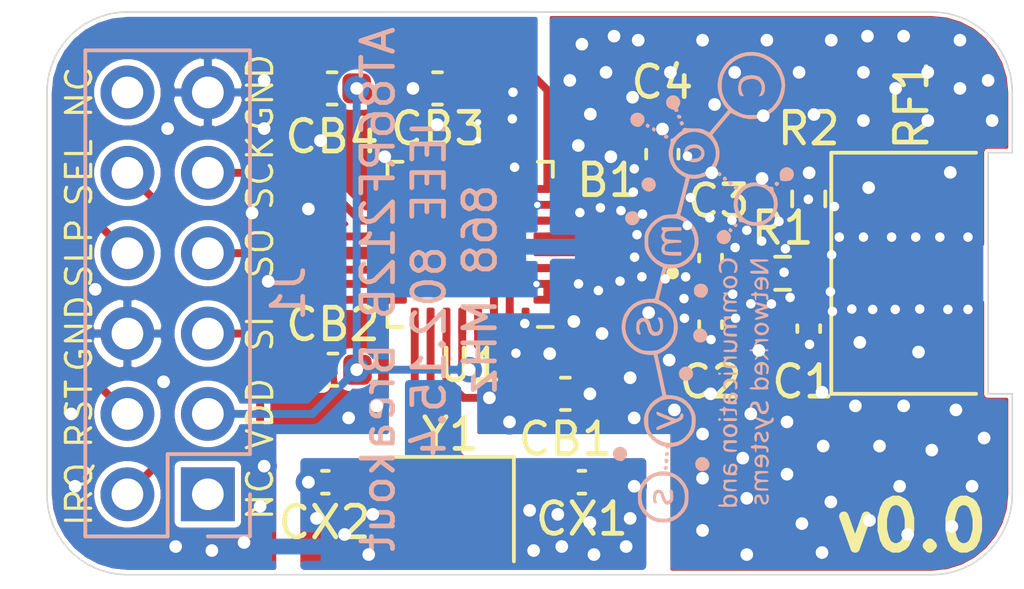
<source format=kicad_pcb>
(kicad_pcb (version 20171130) (host pcbnew "(v20200917-1794-ga4a8cf064b)")
  (layers (0 F.Cu signal) (31 B.Cu signal) (34 B.Paste user) (35 F.Paste user) (36 B.SilkS user) (37 F.SilkS user) (38 B.Mask user) (39 F.Mask user) (44 Edge.Cuts user))
  (net 0 "")
  (net 1 GND)
  (net 2 VDD)
  (net 3 /MOSI)
  (net 4 /MISO)
  (net 5 /SCLK)
  (net 6 /SEL)
  (net 7 /SLP_TR)
  (net 8 /RST)
  (net 9 /IRQ)
  (net 10 /RFP)
  (net 11 /RFN)
  (net 12 /AVDD)
  (net 13 /DVDD)
  (net 14 /XTAL1)
  (net 15 /XTAL2)
  (net 16 /ANT)
  (net 17 GNDA)
  (net 18 /Balun_GND)
  (net 19 GND2)
  (net 20 /ANT')
  (net 21 /ANT'')
  (module local:ComSys-Logo (layer B.Cu) (at 33.4264 21.3868 270)
    (fp_text reference G*** hide)
    (fp_text value ComSys-Logo hide)
  )
  (module local:ATB2012-75011-T000 (layer F.Cu) (at 31.156 20.0469 270)
    (fp_text reference B1 (at -2.0319 0.741 180) (layer F.SilkS))
    (fp_text value ATB2012-75011-T000 hide)
    (pad 3 smd rect (at -0.4 0.975 180) (size 0.75 0.4) (layers F.Cu F.Paste F.Mask) (net 11 /RFN))
    (pad 4 smd rect (at 0.4 0.975 180) (size 0.75 0.4) (layers F.Cu F.Paste F.Mask) (net 10 /RFP))
    (pad 2 smd rect (at -0.4 -0.975 180) (size 0.75 0.4) (layers F.Cu F.Paste F.Mask) (net 18 /Balun_GND))
    (pad 1 smd rect (at 0.4 -0.975 180) (size 0.75 0.4) (layers F.Cu F.Paste F.Mask) (net 21 /ANT''))
  )
  (module Capacitor_SMD:C_0603_1608Metric (layer F.Cu) (at 32.131 17.19 90)
    (fp_text reference C4 (at 2.273 0 180) (layer F.SilkS))
    (fp_text value "8.2 pF" hide)
    (pad 1 smd roundrect (at -0.775 0 90) (size 0.9 0.95) (layers F.Cu F.Paste F.Mask) (net 18 /Balun_GND))
    (pad 2 smd roundrect (at 0.775 0 90) (size 0.9 0.95) (layers F.Cu F.Paste F.Mask) (net 17 GNDA))
  )
  (module local:Connector-SMA (layer F.Cu) (at 40.005 20.955 270)
    (fp_text reference RF1)
    (fp_text value Antenna hide)
    (fp_text user %R (at -3.81 0 90) (layer F.SilkS) (effects (justify left)))
    (pad 2 smd rect (at 2.54 0 270) (size 1.524 4.064) (layers B.Cu B.Paste B.Mask) (net 17 GNDA))
    (pad 2 smd rect (at -2.54 0 270) (size 1.524 4.064) (layers B.Cu B.Paste B.Mask) (net 17 GNDA))
    (pad 2 smd rect (at 2.54 0 270) (size 1.524 4.064) (layers F.Cu F.Paste F.Mask) (net 17 GNDA))
    (pad 2 smd rect (at -2.54 0 270) (size 1.524 4.064) (layers F.Cu F.Paste F.Mask) (net 17 GNDA))
    (pad 1 smd rect (at 0 0 270) (size 1.524 4.064) (layers F.Cu F.Paste F.Mask) (net 16 /ANT))
  )
  (module local:R0 (layer B.Cu) (at 20.574 29.591 180)
    (fp_text reference R3 hide)
    (fp_text value "0 Ω" hide)
    (fp_line (start -0.762 0) (end 0.762 0) (layer B.Cu) (width 0.5))
    (pad 2 smd rect (at 1.27 0 180) (size 1 1) (layers B.Cu) (net 1 GND))
    (pad 1 smd rect (at -1.27 0 180) (size 1 1) (layers B.Cu) (net 19 GND2))
  )
  (module Capacitor_SMD:C_0402_1005Metric (layer F.Cu) (at 29.591 27.559 180)
    (fp_text reference CX1 (at 0 -1.16) (layer F.SilkS))
    (fp_text value "12 pF")
    (pad 2 smd roundrect (at 0.48 0 180) (size 0.56 0.62) (layers F.Cu F.Paste F.Mask) (net 14 /XTAL1))
    (pad 1 smd roundrect (at -0.48 0 180) (size 0.56 0.62) (layers F.Cu F.Paste F.Mask) (net 19 GND2))
  )
  (module Capacitor_SMD:C_0402_1005Metric (layer F.Cu) (at 21.491 27.559)
    (fp_text reference CX2 (at -0.028 1.27) (layer F.SilkS))
    (fp_text value "12 pF")
    (pad 1 smd roundrect (at -0.48 0) (size 0.56 0.62) (layers F.Cu F.Paste F.Mask) (net 19 GND2))
    (pad 2 smd roundrect (at 0.48 0) (size 0.56 0.62) (layers F.Cu F.Paste F.Mask) (net 15 /XTAL2))
  )
  (module Capacitor_SMD:C_0603_1608Metric (layer F.Cu) (at 29.07 24.765 180)
    (fp_text reference CB1 (at 0 -1.43) (layer F.SilkS))
    (fp_text value "1 µF")
    (pad 1 smd roundrect (at -0.775 0 180) (size 0.9 0.95) (layers F.Cu F.Paste F.Mask) (net 17 GNDA))
    (pad 2 smd roundrect (at 0.775 0 180) (size 0.9 0.95) (layers F.Cu F.Paste F.Mask) (net 12 /AVDD))
  )
  (module Crystal:Crystal_SMD_TXC_7M-4Pin_3.2x2.5mm (layer F.Cu) (at 25.443 28.409 180)
    (fp_text reference Y1 (at 0 2.374) (layer F.SilkS))
    (fp_text value "16 MHz")
    (pad 1 smd rect (at -1.1 0.85 180) (size 1.4 1.2) (layers F.Cu F.Paste F.Mask) (net 14 /XTAL1))
    (pad 2 smd rect (at 1.1 0.85 180) (size 1.4 1.2) (layers F.Cu F.Paste F.Mask) (net 15 /XTAL2))
    (pad 3 smd rect (at 1.1 -0.85 180) (size 1.4 1.2) (layers F.Cu F.Paste F.Mask))
    (pad 4 smd rect (at -1.1 -0.85 180) (size 1.4 1.2) (layers F.Cu F.Paste F.Mask))
  )
  (module Resistor_SMD:R_0603_1608Metric (layer F.Cu) (at 36.7538 18.605 90)
    (fp_text reference R2 (at 2.223 0 180) (layer F.SilkS))
    (fp_text value "10 kΩ")
    (pad 1 smd roundrect (at -0.825 0 90) (size 0.8 0.95) (layers F.Cu F.Paste F.Mask) (net 16 /ANT))
    (pad 2 smd roundrect (at 0.825 0 90) (size 0.8 0.95) (layers F.Cu F.Paste F.Mask) (net 17 GNDA))
  )
  (module Capacitor_SMD:C_0402_1005Metric (layer F.Cu) (at 36.7538 22.705 270)
    (fp_text reference C1 (at 1.679 0.1778 180) (layer F.SilkS))
    (fp_text value "2.2 pF" hide)
    (pad 2 smd roundrect (at 0.48 0 270) (size 0.56 0.62) (layers F.Cu F.Paste F.Mask) (net 17 GNDA))
    (pad 1 smd roundrect (at -0.48 0 270) (size 0.56 0.62) (layers F.Cu F.Paste F.Mask) (net 16 /ANT))
  )
  (module Capacitor_SMD:C_0402_1005Metric (layer F.Cu) (at 33.655 22.578 270)
    (fp_text reference C2 (at 1.806 0 180) (layer F.SilkS))
    (fp_text value "2.2 pF" hide)
    (pad 1 smd roundrect (at -0.48 0 270) (size 0.56 0.62) (layers F.Cu F.Paste F.Mask) (net 20 /ANT'))
    (pad 2 smd roundrect (at 0.48 0 270) (size 0.56 0.62) (layers F.Cu F.Paste F.Mask) (net 17 GNDA))
  )
  (module Capacitor_SMD:C_0603_1608Metric (layer F.Cu) (at 21.73 24.003)
    (fp_text reference CB2 (at 0 -1.43) (layer F.SilkS))
    (fp_text value "1 µF")
    (pad 2 smd roundrect (at 0.775 0) (size 0.9 0.95) (layers F.Cu F.Paste F.Mask) (net 2 VDD))
    (pad 1 smd roundrect (at -0.775 0) (size 0.9 0.95) (layers F.Cu F.Paste F.Mask) (net 1 GND))
  )
  (module Capacitor_SMD:C_0603_1608Metric (layer F.Cu) (at 25.032 15.113)
    (fp_text reference CB3 (at 0.013 1.27) (layer F.SilkS))
    (fp_text value "1 µF")
    (pad 1 smd roundrect (at -0.775 0) (size 0.9 0.95) (layers F.Cu F.Paste F.Mask) (net 1 GND))
    (pad 2 smd roundrect (at 0.775 0) (size 0.9 0.95) (layers F.Cu F.Paste F.Mask) (net 13 /DVDD))
  )
  (module Capacitor_SMD:C_0603_1608Metric (layer F.Cu) (at 21.704 15.113)
    (fp_text reference CB4 (at 0 1.524) (layer F.SilkS))
    (fp_text value "1 µF")
    (pad 2 smd roundrect (at 0.775 0) (size 0.9 0.95) (layers F.Cu F.Paste F.Mask) (net 2 VDD))
    (pad 1 smd roundrect (at -0.775 0) (size 0.9 0.95) (layers F.Cu F.Paste F.Mask) (net 1 GND))
  )
  (module Connector_PinSocket_2.54mm:PinSocket_2x06_P2.54mm_Vertical (layer B.Cu) (at 17.78 27.94)
    (fp_text reference J1 (at 2.54 -6.35 90) (layer B.SilkS) (effects (justify mirror)))
    (fp_text value "RPi Header")
    (pad 1 thru_hole rect (at 0 0) (size 1.7 1.7) (drill 1) (layers *.Cu *.Mask))
    (pad 2 thru_hole oval (at -2.54 0) (size 1.7 1.7) (drill 1) (layers *.Cu *.Mask) (net 9 /IRQ))
    (pad 3 thru_hole oval (at 0 -2.54) (size 1.7 1.7) (drill 1) (layers *.Cu *.Mask) (net 2 VDD))
    (pad 4 thru_hole oval (at -2.54 -2.54) (size 1.7 1.7) (drill 1) (layers *.Cu *.Mask) (net 8 /RST))
    (pad 5 thru_hole oval (at 0 -5.08) (size 1.7 1.7) (drill 1) (layers *.Cu *.Mask) (net 3 /MOSI))
    (pad 6 thru_hole oval (at -2.54 -5.08) (size 1.7 1.7) (drill 1) (layers *.Cu *.Mask) (net 1 GND))
    (pad 7 thru_hole oval (at 0 -7.62) (size 1.7 1.7) (drill 1) (layers *.Cu *.Mask) (net 4 /MISO))
    (pad 8 thru_hole oval (at -2.54 -7.62) (size 1.7 1.7) (drill 1) (layers *.Cu *.Mask) (net 7 /SLP_TR))
    (pad 9 thru_hole oval (at 0 -10.16) (size 1.7 1.7) (drill 1) (layers *.Cu *.Mask) (net 5 /SCLK))
    (pad 10 thru_hole oval (at -2.54 -10.16) (size 1.7 1.7) (drill 1) (layers *.Cu *.Mask) (net 6 /SEL))
    (pad 11 thru_hole oval (at 0 -12.7) (size 1.7 1.7) (drill 1) (layers *.Cu *.Mask) (net 1 GND))
    (pad 12 thru_hole oval (at -2.54 -12.7) (size 1.7 1.7) (drill 1) (layers *.Cu *.Mask))
  )
  (module Capacitor_SMD:C_0402_1005Metric (layer F.Cu) (at 33.655 20.475 270)
    (fp_text reference C3 (at -1.806 -0.254 180) (layer F.SilkS))
    (fp_text value "15 pF" hide)
    (pad 1 smd roundrect (at -0.48 0 270) (size 0.56 0.62) (layers F.Cu F.Paste F.Mask) (net 21 /ANT''))
    (pad 2 smd roundrect (at 0.48 0 270) (size 0.56 0.62) (layers F.Cu F.Paste F.Mask) (net 20 /ANT'))
  )
  (module Resistor_SMD:R_0603_1608Metric (layer F.Cu) (at 35.9288 20.955)
    (fp_text reference R1 (at 0 -1.43) (layer F.SilkS))
    (fp_text value "0 Ω")
    (pad 1 smd roundrect (at -0.825 0) (size 0.8 0.95) (layers F.Cu F.Paste F.Mask) (net 20 /ANT'))
    (pad 2 smd roundrect (at 0.825 0) (size 0.8 0.95) (layers F.Cu F.Paste F.Mask) (net 16 /ANT))
  )
  (module local:R0 (layer B.Cu) (at 28.6004 20.1168 180)
    (fp_text reference R4 hide)
    (fp_text value "0 Ω" hide)
    (fp_line (start -0.762 0) (end 0.762 0) (layer B.Cu) (width 0.5))
    (pad 1 smd rect (at -1.27 0 180) (size 1 1) (layers B.Cu) (net 17 GNDA))
    (pad 2 smd rect (at 1.27 0 180) (size 1 1) (layers B.Cu) (net 1 GND))
  )
  (module Package_DFN_QFN:QFN-32-1EP_5x5mm_P0.5mm_EP3.3x3.3mm (layer F.Cu) (at 26.063 20.0415 180)
    (fp_text reference U1 (at 0 -3.82) (layer F.SilkS))
    (fp_text value AT86RF212B-ZU)
    (pad 1 smd roundrect (at -2.4375 -1.75 180) (size 0.875 0.25) (layers F.Cu F.Paste F.Mask) (net 1 GND))
    (pad 2 smd roundrect (at -2.4375 -1.25 180) (size 0.875 0.25) (layers F.Cu F.Paste F.Mask) (net 1 GND))
    (pad 3 smd roundrect (at -2.4375 -0.75 180) (size 0.875 0.25) (layers F.Cu F.Paste F.Mask) (net 17 GNDA))
    (pad 4 smd roundrect (at -2.4375 -0.25 180) (size 0.875 0.25) (layers F.Cu F.Paste F.Mask) (net 10 /RFP))
    (pad 5 smd roundrect (at -2.4375 0.25 180) (size 0.875 0.25) (layers F.Cu F.Paste F.Mask) (net 11 /RFN))
    (pad 6 smd roundrect (at -2.4375 0.75 180) (size 0.875 0.25) (layers F.Cu F.Paste F.Mask) (net 17 GNDA))
    (pad 7 smd roundrect (at -2.4375 1.25 180) (size 0.875 0.25) (layers F.Cu F.Paste F.Mask) (net 1 GND))
    (pad 8 smd roundrect (at -2.4375 1.75 180) (size 0.875 0.25) (layers F.Cu F.Paste F.Mask) (net 8 /RST))
    (pad 9 smd roundrect (at -1.75 2.4375 180) (size 0.25 0.875) (layers F.Cu F.Paste F.Mask) (net 1 GND))
    (pad 10 smd roundrect (at -1.25 2.4375 180) (size 0.25 0.875) (layers F.Cu F.Paste F.Mask) (net 1 GND))
    (pad 11 smd roundrect (at -0.75 2.4375 180) (size 0.25 0.875) (layers F.Cu F.Paste F.Mask) (net 7 /SLP_TR))
    (pad 12 smd roundrect (at -0.25 2.4375 180) (size 0.25 0.875) (layers F.Cu F.Paste F.Mask) (net 1 GND))
    (pad 13 smd roundrect (at 0.25 2.4375 180) (size 0.25 0.875) (layers F.Cu F.Paste F.Mask) (net 13 /DVDD))
    (pad 14 smd roundrect (at 0.75 2.4375 180) (size 0.25 0.875) (layers F.Cu F.Paste F.Mask) (net 13 /DVDD))
    (pad 15 smd roundrect (at 1.25 2.4375 180) (size 0.25 0.875) (layers F.Cu F.Paste F.Mask) (net 2 VDD))
    (pad 16 smd roundrect (at 1.75 2.4375 180) (size 0.25 0.875) (layers F.Cu F.Paste F.Mask) (net 1 GND))
    (pad 17 smd roundrect (at 2.4375 1.75 180) (size 0.875 0.25) (layers F.Cu F.Paste F.Mask))
    (pad 18 smd roundrect (at 2.4375 1.25 180) (size 0.875 0.25) (layers F.Cu F.Paste F.Mask) (net 1 GND))
    (pad 19 smd roundrect (at 2.4375 0.75 180) (size 0.875 0.25) (layers F.Cu F.Paste F.Mask) (net 5 /SCLK))
    (pad 20 smd roundrect (at 2.4375 0.25 180) (size 0.875 0.25) (layers F.Cu F.Paste F.Mask) (net 4 /MISO))
    (pad 21 smd roundrect (at 2.4375 -0.25 180) (size 0.875 0.25) (layers F.Cu F.Paste F.Mask) (net 1 GND))
    (pad 22 smd roundrect (at 2.4375 -0.75 180) (size 0.875 0.25) (layers F.Cu F.Paste F.Mask) (net 3 /MOSI))
    (pad 23 smd roundrect (at 2.4375 -1.25 180) (size 0.875 0.25) (layers F.Cu F.Paste F.Mask) (net 6 /SEL))
    (pad 24 smd roundrect (at 2.4375 -1.75 180) (size 0.875 0.25) (layers F.Cu F.Paste F.Mask) (net 9 /IRQ))
    (pad 25 smd roundrect (at 1.75 -2.4375 180) (size 0.25 0.875) (layers F.Cu F.Paste F.Mask) (net 15 /XTAL2))
    (pad 26 smd roundrect (at 1.25 -2.4375 180) (size 0.25 0.875) (layers F.Cu F.Paste F.Mask) (net 14 /XTAL1))
    (pad 27 smd roundrect (at 0.75 -2.4375 180) (size 0.25 0.875) (layers F.Cu F.Paste F.Mask) (net 17 GNDA))
    (pad 28 smd roundrect (at 0.25 -2.4375 180) (size 0.25 0.875) (layers F.Cu F.Paste F.Mask) (net 2 VDD))
    (pad 29 smd roundrect (at -0.25 -2.4375 180) (size 0.25 0.875) (layers F.Cu F.Paste F.Mask) (net 12 /AVDD))
    (pad 30 smd roundrect (at -0.75 -2.4375 180) (size 0.25 0.875) (layers F.Cu F.Paste F.Mask) (net 17 GNDA))
    (pad 31 smd roundrect (at -1.25 -2.4375 180) (size 0.25 0.875) (layers F.Cu F.Paste F.Mask) (net 17 GNDA))
    (pad 32 smd roundrect (at -1.75 -2.4375 180) (size 0.25 0.875) (layers F.Cu F.Paste F.Mask) (net 17 GNDA))
    (pad 33 smd rect (at 0 0 180) (size 3.3 3.3) (layers F.Cu F.Mask) (net 17 GNDA))
  )
  (gr_text v0.0 (at 40.005 28.956) (layer F.SilkS) (effects (font (size 1.5 1.5) (thickness 0.3))))
  (gr_text "AT86RF212B Breakout\nIEEE 802.15.4\n868 MHz" (at 24.765 21.463 90) (layer B.SilkS) (effects (font (size 1 1)) (justify mirror)))
  (gr_line (start 43.18 24.765) (end 43.18 27.94) (layer Edge.Cuts) (width 0.05))
  (gr_line (start 42.418 24.765) (end 43.18 24.765) (layer Edge.Cuts) (width 0.05))
  (gr_line (start 42.418 17.145) (end 42.418 24.765) (layer Edge.Cuts) (width 0.05))
  (gr_line (start 43.18 17.145) (end 42.418 17.145) (layer Edge.Cuts) (width 0.05))
  (gr_line (start 43.18 15.24) (end 43.18 17.145) (layer Edge.Cuts) (width 0.05))
  (gr_text NC (at 19.431 27.94 90) (layer F.SilkS) (effects (font (size 0.8 0.8) (thickness 0.1))))
  (gr_text NC (at 13.716 15.24 90) (layer F.SilkS) (effects (font (size 0.8 0.8) (thickness 0.1))))
  (gr_text VDD (at 19.431 25.4 90) (layer F.SilkS) (effects (font (size 0.8 0.8) (thickness 0.1))))
  (gr_text SI (at 19.431 22.86 90) (layer F.SilkS) (effects (font (size 0.8 0.8) (thickness 0.1))))
  (gr_text SO (at 19.431 20.32 90) (layer F.SilkS) (effects (font (size 0.8 0.8) (thickness 0.1))))
  (gr_text SCK (at 19.431 17.78 90) (layer F.SilkS) (effects (font (size 0.8 0.8) (thickness 0.1))))
  (gr_text GND (at 19.431 15.24 90) (layer F.SilkS) (effects (font (size 0.8 0.8) (thickness 0.1))))
  (gr_text SEL (at 13.716 17.78 90) (layer F.SilkS) (effects (font (size 0.8 0.8) (thickness 0.1))))
  (gr_text SLP (at 13.716 20.32 90) (layer F.SilkS) (effects (font (size 0.8 0.8) (thickness 0.1))))
  (gr_text GND (at 13.716 22.86 90) (layer F.SilkS) (effects (font (size 0.8 0.8) (thickness 0.1))))
  (gr_text RST (at 13.716 25.4 90) (layer F.SilkS) (effects (font (size 0.8 0.8) (thickness 0.1))))
  (gr_text IRQ (at 13.716 27.94 90) (layer F.SilkS) (effects (font (size 0.8 0.8) (thickness 0.1))))
  (gr_line (start 12.7 27.94) (end 12.7 15.24) (layer Edge.Cuts) (width 0.05))
  (gr_line (start 40.64 30.48) (end 15.24 30.48) (layer Edge.Cuts) (width 0.05))
  (gr_line (start 15.24 12.7) (end 40.64 12.7) (layer Edge.Cuts) (width 0.05))
  (gr_arc (start 40.64 27.94) (end 40.64 30.48) (angle -90) (layer Edge.Cuts) (width 0.05))
  (gr_arc (start 40.64 15.24) (end 43.18 15.24) (angle -90) (layer Edge.Cuts) (width 0.05))
  (gr_arc (start 15.24 15.24) (end 15.24 12.7) (angle -90) (layer Edge.Cuts) (width 0.05))
  (gr_arc (start 15.24 27.94) (end 12.7 27.94) (angle -90) (layer Edge.Cuts) (width 0.05))
  (via (at 28.1813 18.796) (size 0.3) (drill 0.2) (layers F.Cu B.Cu) (net 1))
  (via (at 18.923 29.464) (size 0.8) (drill 0.4) (layers F.Cu B.Cu) (net 1))
  (via (at 24.257 15.113) (size 0.8) (drill 0.4) (layers F.Cu B.Cu) (net 1))
  (segment (start 27.813 17.604) (end 27.466 17.604) (width 0.25) (layer F.Cu) (net 1))
  (segment (start 28.5005 21.7915) (end 28.5005 21.2915) (width 0.25) (layer F.Cu) (net 1))
  (via (at 16.51 16.383) (size 0.8) (drill 0.4) (layers F.Cu B.Cu) (net 1))
  (via (at 19.558 16.383) (size 0.8) (drill 0.4) (layers F.Cu B.Cu) (net 1))
  (via (at 21.336 16.764) (size 0.8) (drill 0.4) (layers F.Cu B.Cu) (net 1))
  (via (at 23.368 17.272) (size 0.8) (drill 0.4) (layers F.Cu B.Cu) (net 1))
  (via (at 20.955 18.923) (size 0.8) (drill 0.4) (layers F.Cu B.Cu) (net 1))
  (via (at 19.177 19.05) (size 0.8) (drill 0.4) (layers F.Cu B.Cu) (net 1))
  (via (at 19.685 21.209) (size 0.8) (drill 0.4) (layers F.Cu B.Cu) (net 1))
  (via (at 14.224 21.463) (size 0.8) (drill 0.4) (layers F.Cu B.Cu) (net 1))
  (via (at 16.383 24.384) (size 0.8) (drill 0.4) (layers F.Cu B.Cu) (net 1))
  (via (at 13.462 25.4) (size 0.8) (drill 0.4) (layers F.Cu B.Cu) (net 1))
  (via (at 13.589 27.686) (size 0.8) (drill 0.4) (layers F.Cu B.Cu) (net 1))
  (via (at 16.764 29.591) (size 0.8) (drill 0.4) (layers F.Cu B.Cu) (net 1))
  (via (at 17.907 29.718) (size 0.8) (drill 0.4) (layers F.Cu B.Cu) (net 1))
  (via (at 23.114 25.146) (size 0.8) (drill 0.4) (layers F.Cu B.Cu) (net 1))
  (via (at 22.225 25.527) (size 0.8) (drill 0.4) (layers F.Cu B.Cu) (net 1))
  (via (at 19.558 27.051) (size 0.8) (drill 0.4) (layers F.Cu B.Cu) (net 1))
  (via (at 19.431 28.321) (size 0.8) (drill 0.4) (layers F.Cu B.Cu) (net 1))
  (via (at 19.558 14.859) (size 0.8) (drill 0.4) (layers F.Cu B.Cu) (net 1))
  (via (at 25.019 16.256) (size 0.8) (drill 0.4) (layers F.Cu B.Cu) (net 1))
  (via (at 27.415 15.235) (size 0.5) (drill 0.3) (layers F.Cu B.Cu) (net 1))
  (via (at 27.395 16.075) (size 0.5) (drill 0.3) (layers F.Cu B.Cu) (net 1))
  (segment (start 27.466 17.604) (end 27.313 17.604) (width 0.25) (layer F.Cu) (net 1))
  (via (at 27.466 17.604) (size 0.5) (drill 0.3) (layers F.Cu B.Cu) (net 1))
  (via (at 26.315 16.185) (size 0.3) (drill 0.2) (layers F.Cu B.Cu) (net 1))
  (via (at 26.315 16.755) (size 0.3) (drill 0.2) (layers F.Cu B.Cu) (net 1))
  (via (at 28.1559 21.2979) (size 0.3) (drill 0.2) (layers F.Cu B.Cu) (net 1))
  (via (at 22.479 15.113) (size 0.8) (drill 0.4) (layers F.Cu B.Cu) (net 2))
  (segment (start 25.813 22.479) (end 25.813 23.781) (width 0.25) (layer F.Cu) (net 2))
  (segment (start 25.813 23.781) (end 26.035 24.003) (width 0.25) (layer F.Cu) (net 2))
  (via (at 26.035 24.003) (size 0.8) (drill 0.4) (layers F.Cu B.Cu) (net 2))
  (segment (start 21.082 25.4) (end 22.479 24.003) (width 0.25) (layer B.Cu) (net 2))
  (segment (start 17.78 25.4) (end 21.082 25.4) (width 0.25) (layer B.Cu) (net 2))
  (segment (start 22.479 24.003) (end 26.035 24.003) (width 0.25) (layer B.Cu) (net 2))
  (via (at 22.479 24.003) (size 0.8) (drill 0.4) (layers F.Cu B.Cu) (net 2))
  (segment (start 22.479 15.113) (end 22.479 24.003) (width 0.25) (layer B.Cu) (net 2))
  (segment (start 22.807522 15.113) (end 22.479 15.113) (width 0.25) (layer F.Cu) (net 2))
  (segment (start 24.813 17.118478) (end 22.807522 15.113) (width 0.25) (layer F.Cu) (net 2))
  (segment (start 24.813 17.604) (end 24.813 17.118478) (width 0.25) (layer F.Cu) (net 2))
  (segment (start 23.61551 20.84149) (end 21.57651 20.84149) (width 0.25) (layer F.Cu) (net 3))
  (segment (start 23.6255 20.8315) (end 23.61551 20.84149) (width 0.25) (layer F.Cu) (net 3))
  (segment (start 23.6255 20.7915) (end 23.6255 20.8315) (width 0.25) (layer F.Cu) (net 3))
  (segment (start 19.558 22.86) (end 17.78 22.86) (width 0.25) (layer F.Cu) (net 3))
  (segment (start 21.57651 20.84149) (end 19.558 22.86) (width 0.25) (layer F.Cu) (net 3))
  (segment (start 23.6255 19.7915) (end 21.3565 19.7915) (width 0.25) (layer F.Cu) (net 4))
  (segment (start 20.828 20.32) (end 17.78 20.32) (width 0.25) (layer F.Cu) (net 4))
  (segment (start 21.3565 19.7915) (end 20.828 20.32) (width 0.25) (layer F.Cu) (net 4))
  (segment (start 23.6255 19.2915) (end 22.5935 19.2915) (width 0.25) (layer F.Cu) (net 5))
  (segment (start 21.082 17.78) (end 17.78 17.78) (width 0.25) (layer F.Cu) (net 5))
  (segment (start 22.5935 19.2915) (end 21.082 17.78) (width 0.25) (layer F.Cu) (net 5))
  (segment (start 21.76291 21.2915) (end 18.92441 24.13) (width 0.25) (layer F.Cu) (net 6))
  (segment (start 23.6255 21.2915) (end 21.76291 21.2915) (width 0.25) (layer F.Cu) (net 6))
  (segment (start 17.310998 24.13) (end 16.51 23.329002) (width 0.25) (layer F.Cu) (net 6))
  (segment (start 18.92441 24.13) (end 17.310998 24.13) (width 0.25) (layer F.Cu) (net 6))
  (segment (start 16.51 19.05) (end 15.24 17.78) (width 0.25) (layer F.Cu) (net 6))
  (segment (start 16.51 23.329002) (end 16.51 19.05) (width 0.25) (layer F.Cu) (net 6))
  (segment (start 26.813 17.604) (end 26.813 14.113) (width 0.25) (layer F.Cu) (net 7))
  (segment (start 26.813 14.113) (end 26.543 13.843) (width 0.25) (layer F.Cu) (net 7))
  (segment (start 26.543 13.843) (end 14.732 13.843) (width 0.25) (layer F.Cu) (net 7))
  (segment (start 14.732 13.843) (end 13.843 14.732) (width 0.25) (layer F.Cu) (net 7))
  (segment (start 13.843 18.923) (end 15.24 20.32) (width 0.25) (layer F.Cu) (net 7))
  (segment (start 13.843 14.732) (end 13.843 18.923) (width 0.25) (layer F.Cu) (net 7))
  (segment (start 28.5005 15.16409) (end 28.5005 18.2915) (width 0.25) (layer F.Cu) (net 8))
  (segment (start 26.729401 13.392991) (end 28.5005 15.16409) (width 0.25) (layer F.Cu) (net 8))
  (segment (start 14.5456 13.39299) (end 26.729401 13.392991) (width 0.25) (layer F.Cu) (net 8))
  (segment (start 13.392991 14.545599) (end 14.5456 13.39299) (width 0.25) (layer F.Cu) (net 8))
  (segment (start 13.39299 23.55299) (end 13.392991 14.545599) (width 0.25) (layer F.Cu) (net 8))
  (segment (start 15.24 25.4) (end 13.39299 23.55299) (width 0.25) (layer F.Cu) (net 8))
  (segment (start 23.6255 21.7915) (end 21.89932 21.7915) (width 0.25) (layer F.Cu) (net 9))
  (segment (start 21.89932 21.7915) (end 19.431 24.25982) (width 0.25) (layer F.Cu) (net 9))
  (segment (start 19.431 24.25982) (end 19.431 25.654) (width 0.25) (layer F.Cu) (net 9))
  (segment (start 19.431 25.654) (end 18.415 26.67) (width 0.25) (layer F.Cu) (net 9))
  (segment (start 16.51 26.67) (end 15.24 27.94) (width 0.25) (layer F.Cu) (net 9))
  (segment (start 18.415 26.67) (end 16.51 26.67) (width 0.25) (layer F.Cu) (net 9))
  (segment (start 30.0256 20.2915) (end 30.181 20.4469) (width 0.25) (layer F.Cu) (net 10))
  (segment (start 28.5005 20.2915) (end 30.0256 20.2915) (width 0.25) (layer F.Cu) (net 10))
  (segment (start 30.0364 19.7915) (end 30.181 19.6469) (width 0.25) (layer F.Cu) (net 11))
  (segment (start 28.5005 19.7915) (end 30.0364 19.7915) (width 0.25) (layer F.Cu) (net 11))
  (segment (start 26.313 23.233) (end 26.313 22.479) (width 0.25) (layer F.Cu) (net 12))
  (segment (start 27.845 24.765) (end 26.313 23.233) (width 0.25) (layer F.Cu) (net 12))
  (segment (start 28.295 24.765) (end 27.845 24.765) (width 0.25) (layer F.Cu) (net 12))
  (segment (start 25.313 17.604) (end 25.813 17.604) (width 0.25) (layer F.Cu) (net 13))
  (segment (start 25.813 15.119) (end 25.807 15.113) (width 0.25) (layer F.Cu) (net 13))
  (segment (start 25.813 17.604) (end 25.813 15.119) (width 0.25) (layer F.Cu) (net 13))
  (segment (start 24.813 22.479) (end 24.813 25.829) (width 0.25) (layer F.Cu) (net 14))
  (segment (start 24.813 25.829) (end 26.543 27.559) (width 0.25) (layer F.Cu) (net 14))
  (segment (start 29.111 27.559) (end 26.543 27.559) (width 0.25) (layer F.Cu) (net 14))
  (segment (start 21.971 27.559) (end 24.343 27.559) (width 0.25) (layer F.Cu) (net 15))
  (segment (start 24.313 22.479) (end 24.313 27.529) (width 0.25) (layer F.Cu) (net 15))
  (segment (start 36.7538 20.955) (end 36.7538 19.43) (width 0.43) (layer F.Cu) (net 16))
  (segment (start 36.7538 20.955) (end 40.005 20.955) (width 0.43) (layer F.Cu) (net 16))
  (segment (start 36.7538 20.955) (end 36.7538 22.225) (width 0.43) (layer F.Cu) (net 16))
  (via (at 32.135 16.395) (size 0.8) (drill 0.4) (layers F.Cu B.Cu) (net 17))
  (via (at 41.2242 17.7673) (size 0.8) (drill 0.4) (layers F.Cu B.Cu) (net 17))
  (via (at 38.6461 18.2499) (size 0.8) (drill 0.4) (layers F.Cu B.Cu) (net 17))
  (via (at 36.7665 17.78) (size 0.8) (drill 0.4) (layers F.Cu B.Cu) (net 17))
  (via (at 38.3667 23.1394) (size 0.8) (drill 0.4) (layers F.Cu B.Cu) (net 17))
  (via (at 40.2209 23.4442) (size 0.8) (drill 0.4) (layers F.Cu B.Cu) (net 17))
  (via (at 36.7792 23.2029) (size 0.5) (drill 0.3) (layers F.Cu B.Cu) (net 17))
  (via (at 27.7876 22.5425) (size 0.5) (drill 0.3) (layers F.Cu B.Cu) (net 17))
  (via (at 33.6677 23.0505) (size 0.5) (drill 0.3) (layers F.Cu B.Cu) (net 17))
  (via (at 29.845 24.765) (size 0.8) (drill 0.4) (layers F.Cu B.Cu) (net 17))
  (via (at 29.591 13.716) (size 0.8) (drill 0.4) (layers F.Cu B.Cu) (net 17))
  (segment (start 25.309999 23.654999) (end 25.309999 24.351001) (width 0.25) (layer F.Cu) (net 17))
  (segment (start 25.313 23.651998) (end 25.309999 23.654999) (width 0.25) (layer F.Cu) (net 17))
  (segment (start 25.309999 24.351001) (end 25.850998 24.892) (width 0.25) (layer F.Cu) (net 17))
  (segment (start 25.313 22.479) (end 25.313 23.651998) (width 0.25) (layer F.Cu) (net 17))
  (segment (start 25.850998 24.892) (end 26.67 24.892) (width 0.25) (layer F.Cu) (net 17))
  (via (at 26.67 24.892) (size 0.8) (drill 0.4) (layers F.Cu B.Cu) (net 17))
  (via (at 42.545 16.129) (size 0.8) (drill 0.4) (layers F.Cu B.Cu) (net 17))
  (via (at 42.418 14.859) (size 0.8) (drill 0.4) (layers F.Cu B.Cu) (net 17))
  (via (at 41.529 15.113) (size 0.8) (drill 0.4) (layers F.Cu B.Cu) (net 17))
  (via (at 40.513 14.605) (size 0.8) (drill 0.4) (layers F.Cu B.Cu) (net 17))
  (via (at 40.513 16.129) (size 0.8) (drill 0.4) (layers F.Cu B.Cu) (net 17))
  (via (at 39.497 15.113) (size 0.8) (drill 0.4) (layers F.Cu B.Cu) (net 17))
  (via (at 38.481 16.129) (size 0.8) (drill 0.4) (layers F.Cu B.Cu) (net 17))
  (via (at 38.481 14.605) (size 0.8) (drill 0.4) (layers F.Cu B.Cu) (net 17))
  (via (at 41.529 13.589) (size 0.8) (drill 0.4) (layers F.Cu B.Cu) (net 17))
  (via (at 37.465 13.589) (size 0.8) (drill 0.4) (layers F.Cu B.Cu) (net 17))
  (via (at 35.433 13.589) (size 0.8) (drill 0.4) (layers F.Cu B.Cu) (net 17))
  (via (at 33.401 13.589) (size 0.8) (drill 0.4) (layers F.Cu B.Cu) (net 17))
  (via (at 31.369 13.589) (size 0.8) (drill 0.4) (layers F.Cu B.Cu) (net 17))
  (via (at 30.607 13.462) (size 0.8) (drill 0.4) (layers F.Cu B.Cu) (net 17))
  (via (at 30.353 14.605) (size 0.8) (drill 0.4) (layers F.Cu B.Cu) (net 17))
  (via (at 32.385 14.605) (size 0.8) (drill 0.4) (layers F.Cu B.Cu) (net 17))
  (via (at 34.417 14.605) (size 0.8) (drill 0.4) (layers F.Cu B.Cu) (net 17))
  (via (at 36.449 14.605) (size 0.8) (drill 0.4) (layers F.Cu B.Cu) (net 17))
  (via (at 33.782 15.621) (size 0.8) (drill 0.4) (layers F.Cu B.Cu) (net 17))
  (via (at 30.226 22.86) (size 0.8) (drill 0.4) (layers F.Cu B.Cu) (net 17))
  (via (at 28.575 23.495) (size 0.8) (drill 0.4) (layers F.Cu B.Cu) (net 17))
  (via (at 29.337 22.479) (size 0.8) (drill 0.4) (layers F.Cu B.Cu) (net 17))
  (via (at 31.115 24.257) (size 0.8) (drill 0.4) (layers F.Cu B.Cu) (net 17))
  (via (at 31.242 25.527) (size 0.8) (drill 0.4) (layers F.Cu B.Cu) (net 17))
  (via (at 32.512 25.273) (size 0.8) (drill 0.4) (layers F.Cu B.Cu) (net 17))
  (via (at 33.655 24.765) (size 0.8) (drill 0.4) (layers F.Cu B.Cu) (net 17))
  (via (at 33.401 26.035) (size 0.8) (drill 0.4) (layers F.Cu B.Cu) (net 17))
  (via (at 34.925 25.4) (size 0.8) (drill 0.4) (layers F.Cu B.Cu) (net 17))
  (via (at 34.671 26.797) (size 0.8) (drill 0.4) (layers F.Cu B.Cu) (net 17))
  (via (at 33.401 27.432) (size 0.8) (drill 0.4) (layers F.Cu B.Cu) (net 17))
  (via (at 33.401 29.083) (size 0.8) (drill 0.4) (layers F.Cu B.Cu) (net 17))
  (via (at 34.798 29.845) (size 0.8) (drill 0.4) (layers F.Cu B.Cu) (net 17))
  (via (at 34.798 28.067) (size 0.8) (drill 0.4) (layers F.Cu B.Cu) (net 17))
  (via (at 36.5379 28.8671) (size 0.8) (drill 0.4) (layers F.Cu B.Cu) (net 17))
  (via (at 36.068 27.305) (size 0.8) (drill 0.4) (layers F.Cu B.Cu) (net 17))
  (via (at 37.4523 28.1813) (size 0.8) (drill 0.4) (layers F.Cu B.Cu) (net 17))
  (via (at 37.1729 29.7815) (size 0.8) (drill 0.4) (layers F.Cu B.Cu) (net 17))
  (via (at 37.211 26.416) (size 0.8) (drill 0.4) (layers F.Cu B.Cu) (net 17))
  (via (at 36.068 25.654) (size 0.8) (drill 0.4) (layers F.Cu B.Cu) (net 17))
  (via (at 38.227 25.146) (size 0.8) (drill 0.4) (layers F.Cu B.Cu) (net 17))
  (via (at 38.989 26.416) (size 0.8) (drill 0.4) (layers F.Cu B.Cu) (net 17))
  (via (at 39.751 25.146) (size 0.8) (drill 0.4) (layers F.Cu B.Cu) (net 17))
  (via (at 41.402 25.273) (size 0.8) (drill 0.4) (layers F.Cu B.Cu) (net 17))
  (via (at 42.291 26.162) (size 0.8) (drill 0.4) (layers F.Cu B.Cu) (net 17))
  (via (at 41.91 27.686) (size 0.8) (drill 0.4) (layers F.Cu B.Cu) (net 17))
  (via (at 40.64 26.543) (size 0.8) (drill 0.4) (layers F.Cu B.Cu) (net 17))
  (via (at 41.275 28.956) (size 0.8) (drill 0.4) (layers F.Cu B.Cu) (net 17))
  (via (at 39.624 27.686) (size 0.8) (drill 0.4) (layers F.Cu B.Cu) (net 17))
  (via (at 39.878 29.21) (size 0.8) (drill 0.4) (layers F.Cu B.Cu) (net 17))
  (via (at 38.6715 28.7655) (size 0.8) (drill 0.4) (layers F.Cu B.Cu) (net 17))
  (via (at 29.21 14.859) (size 0.8) (drill 0.4) (layers F.Cu B.Cu) (net 17))
  (via (at 27.305 25.654) (size 0.8) (drill 0.4) (layers F.Cu B.Cu) (net 17))
  (via (at 39.751 13.462) (size 0.8) (drill 0.4) (layers F.Cu B.Cu) (net 17))
  (via (at 38.608 13.462) (size 0.8) (drill 0.4) (layers F.Cu B.Cu) (net 17))
  (via (at 36.165 21.717) (size 0.5) (drill 0.3) (layers F.Cu B.Cu) (net 17))
  (via (at 37.4396 21.5392) (size 0.5) (drill 0.3) (layers F.Cu B.Cu) (net 17))
  (via (at 37.5031 22.1615) (size 0.5) (drill 0.3) (layers F.Cu B.Cu) (net 17))
  (via (at 37.4777 20.3708) (size 0.5) (drill 0.3) (layers F.Cu B.Cu) (net 17))
  (via (at 37.719 19.812) (size 0.5) (drill 0.3) (layers F.Cu B.Cu) (net 17))
  (via (at 38.481 19.812) (size 0.5) (drill 0.3) (layers F.Cu B.Cu) (net 17))
  (via (at 39.37 19.812) (size 0.5) (drill 0.3) (layers F.Cu B.Cu) (net 17))
  (via (at 40.132 19.812) (size 0.5) (drill 0.3) (layers F.Cu B.Cu) (net 17))
  (via (at 40.894 19.812) (size 0.5) (drill 0.3) (layers F.Cu B.Cu) (net 17))
  (via (at 41.783 19.812) (size 0.5) (drill 0.3) (layers F.Cu B.Cu) (net 17))
  (via (at 41.783 22.098) (size 0.5) (drill 0.3) (layers F.Cu B.Cu) (net 17))
  (via (at 41.148 22.098) (size 0.5) (drill 0.3) (layers F.Cu B.Cu) (net 17))
  (via (at 40.259 22.0853) (size 0.5) (drill 0.3) (layers F.Cu B.Cu) (net 17))
  (via (at 39.4843 22.098) (size 0.5) (drill 0.3) (layers F.Cu B.Cu) (net 17))
  (via (at 38.7731 22.098) (size 0.5) (drill 0.3) (layers F.Cu B.Cu) (net 17))
  (via (at 38.1127 22.0853) (size 0.5) (drill 0.3) (layers F.Cu B.Cu) (net 17))
  (via (at 35.975 20.925) (size 0.5) (drill 0.3) (layers F.Cu B.Cu) (net 17))
  (via (at 36.0172 20.1803) (size 0.5) (drill 0.3) (layers F.Cu B.Cu) (net 17))
  (via (at 35.814 19.3167) (size 0.5) (drill 0.3) (layers F.Cu B.Cu) (net 17))
  (via (at 36.7411 18.6182) (size 0.5) (drill 0.3) (layers F.Cu B.Cu) (net 17))
  (via (at 37.5666 18.8468) (size 0.5) (drill 0.3) (layers F.Cu B.Cu) (net 17))
  (via (at 35.2679 19.939) (size 0.5) (drill 0.3) (layers F.Cu B.Cu) (net 17))
  (via (at 34.4297 20.1422) (size 0.5) (drill 0.3) (layers F.Cu B.Cu) (net 17))
  (via (at 34.798 19.5961) (size 0.5) (drill 0.3) (layers F.Cu B.Cu) (net 17))
  (via (at 34.3535 21.6154) (size 0.5) (drill 0.3) (layers F.Cu B.Cu) (net 17))
  (via (at 34.925 21.9202) (size 0.5) (drill 0.3) (layers F.Cu B.Cu) (net 17))
  (via (at 35.575 21.925) (size 0.5) (drill 0.3) (layers F.Cu B.Cu) (net 17))
  (via (at 34.4424 22.3774) (size 0.5) (drill 0.3) (layers F.Cu B.Cu) (net 17))
  (via (at 32.8295 22.3774) (size 0.5) (drill 0.3) (layers F.Cu B.Cu) (net 17))
  (via (at 32.815 21.755) (size 0.5) (drill 0.3) (layers F.Cu B.Cu) (net 17))
  (via (at 32.8676 21.0693) (size 0.5) (drill 0.3) (layers F.Cu B.Cu) (net 17))
  (via (at 32.2199 21.1328) (size 0.5) (drill 0.3) (layers F.Cu B.Cu) (net 17))
  (via (at 31.2547 20.447) (size 0.5) (drill 0.3) (layers F.Cu B.Cu) (net 17))
  (via (at 31.3309 19.7358) (size 0.5) (drill 0.3) (layers F.Cu B.Cu) (net 17))
  (via (at 32.9184 19.4437) (size 0.5) (drill 0.3) (layers F.Cu B.Cu) (net 17))
  (via (at 33.6296 19.2024) (size 0.5) (drill 0.3) (layers F.Cu B.Cu) (net 17))
  (via (at 34.3281 19.2786) (size 0.5) (drill 0.3) (layers F.Cu B.Cu) (net 17))
  (via (at 33.015 18.565) (size 0.5) (drill 0.3) (layers F.Cu B.Cu) (net 17))
  (via (at 31.2166 18.3896) (size 0.5) (drill 0.3) (layers F.Cu B.Cu) (net 17))
  (via (at 30.175 18.885) (size 0.5) (drill 0.3) (layers F.Cu B.Cu) (net 17))
  (via (at 29.5275 19.0373) (size 0.5) (drill 0.3) (layers F.Cu B.Cu) (net 17))
  (via (at 29.484561 21.290039) (size 0.5) (drill 0.3) (layers F.Cu B.Cu) (net 17))
  (via (at 30.1117 21.5011) (size 0.5) (drill 0.3) (layers F.Cu B.Cu) (net 17))
  (via (at 27.5082 23.4823) (size 0.5) (drill 0.3) (layers F.Cu B.Cu) (net 17))
  (via (at 35.179 23.3934) (size 0.8) (drill 0.4) (layers F.Cu B.Cu) (net 17))
  (via (at 37.1729 24.7142) (size 0.8) (drill 0.4) (layers F.Cu B.Cu) (net 17))
  (via (at 31.6992 22.1996) (size 0.8) (drill 0.4) (layers F.Cu B.Cu) (net 17))
  (via (at 32.3469 23.6982) (size 0.8) (drill 0.4) (layers F.Cu B.Cu) (net 17))
  (via (at 33.6931 17.78) (size 0.8) (drill 0.4) (layers F.Cu B.Cu) (net 17))
  (via (at 36.9189 15.9385) (size 0.8) (drill 0.4) (layers F.Cu B.Cu) (net 17))
  (via (at 35.3187 15.9766) (size 0.8) (drill 0.4) (layers F.Cu B.Cu) (net 17))
  (via (at 35.2806 17.9578) (size 0.8) (drill 0.4) (layers F.Cu B.Cu) (net 17))
  (via (at 31.1912 15.3924) (size 0.8) (drill 0.4) (layers F.Cu B.Cu) (net 17))
  (via (at 30.5054 17.272) (size 0.8) (drill 0.4) (layers F.Cu B.Cu) (net 17))
  (via (at 29.8577 15.9258) (size 0.8) (drill 0.4) (layers F.Cu B.Cu) (net 17))
  (via (at 29.4767 16.9164) (size 0.8) (drill 0.4) (layers F.Cu B.Cu) (net 17))
  (via (at 30.825 18.975) (size 0.5) (drill 0.3) (layers F.Cu B.Cu) (net 17))
  (via (at 31.505 19.085) (size 0.5) (drill 0.3) (layers F.Cu B.Cu) (net 17))
  (via (at 30.795 21.205) (size 0.5) (drill 0.3) (layers F.Cu B.Cu) (net 17))
  (via (at 31.485 21.065) (size 0.5) (drill 0.3) (layers F.Cu B.Cu) (net 17))
  (via (at 31.245 17.655) (size 0.5) (drill 0.3) (layers F.Cu B.Cu) (net 17))
  (via (at 32.925 17.255) (size 0.5) (drill 0.3) (layers F.Cu B.Cu) (net 17))
  (segment (start 26.813 22.479) (end 26.813 20.7915) (width 0.25) (layer F.Cu) (net 17))
  (segment (start 27.313 21.2915) (end 26.063 20.0415) (width 0.25) (layer F.Cu) (net 17))
  (segment (start 27.313 22.479) (end 27.313 21.2915) (width 0.25) (layer F.Cu) (net 17))
  (segment (start 26.813 19.2915) (end 26.063 20.0415) (width 0.25) (layer F.Cu) (net 17))
  (segment (start 28.5005 19.2915) (end 26.813 19.2915) (width 0.25) (layer F.Cu) (net 17))
  (segment (start 26.813 20.7915) (end 26.063 20.0415) (width 0.25) (layer F.Cu) (net 17))
  (segment (start 28.5005 20.7915) (end 26.813 20.7915) (width 0.25) (layer F.Cu) (net 17))
  (segment (start 32.131 19.6469) (end 32.131 17.965) (width 0.43) (layer F.Cu) (net 18))
  (via (at 22.098 29.21) (size 0.8) (drill 0.4) (layers F.Cu B.Cu) (net 19))
  (via (at 20.955 27.559) (size 0.8) (drill 0.4) (layers F.Cu B.Cu) (net 19))
  (via (at 22.86 29.845) (size 0.8) (drill 0.4) (layers F.Cu B.Cu) (net 19))
  (via (at 22.987 28.575) (size 0.8) (drill 0.4) (layers F.Cu B.Cu) (net 19))
  (via (at 28.067 29.718) (size 0.8) (drill 0.4) (layers F.Cu B.Cu) (net 19))
  (via (at 27.94 28.448) (size 0.8) (drill 0.4) (layers F.Cu B.Cu) (net 19))
  (via (at 28.956 29.591) (size 0.8) (drill 0.4) (layers F.Cu B.Cu) (net 19))
  (via (at 28.829 28.575) (size 0.8) (drill 0.4) (layers F.Cu B.Cu) (net 19))
  (via (at 29.972 29.845) (size 0.8) (drill 0.4) (layers F.Cu B.Cu) (net 19))
  (via (at 29.845 28.829) (size 0.8) (drill 0.4) (layers F.Cu B.Cu) (net 19))
  (via (at 30.988 29.591) (size 0.8) (drill 0.4) (layers F.Cu B.Cu) (net 19))
  (via (at 31.115 28.702) (size 0.8) (drill 0.4) (layers F.Cu B.Cu) (net 19))
  (via (at 31.242 27.686) (size 0.8) (drill 0.4) (layers F.Cu B.Cu) (net 19))
  (via (at 21.209 28.702) (size 0.8) (drill 0.4) (layers F.Cu B.Cu) (net 19))
  (segment (start 33.655 20.955) (end 33.655 22.098) (width 0.25) (layer F.Cu) (net 20))
  (segment (start 33.655 20.955) (end 35.1038 20.955) (width 0.25) (layer F.Cu) (net 20))
  (segment (start 33.2079 19.995) (end 33.655 19.995) (width 0.25) (layer F.Cu) (net 21))
  (segment (start 32.756 20.4469) (end 33.2079 19.995) (width 0.25) (layer F.Cu) (net 21))
  (segment (start 32.131 20.4469) (end 32.756 20.4469) (width 0.25) (layer F.Cu) (net 21))
  (zone (net 17) (net_name GNDA) (layer B.Cu) (connect_pads (clearance 0.127)) (min_thickness 0.254) (fill yes (arc_segments 32) (thermal_gap 0.254) (thermal_bridge_width 0.508))
    (polygon (pts (xy 43.561 30.861) (xy 32.385 30.861) (xy 32.385 26.035) (xy 26.289 26.035) (xy 26.289 22.225) (xy 28.575 22.225) (xy 28.575 12.319) (xy 43.561 12.319)))
  )
  (zone (net 1) (net_name GND) (layer B.Cu) (connect_pads (clearance 0.127)) (min_thickness 0.127) (fill yes (arc_segments 32) (thermal_gap 0.254) (thermal_bridge_width 0.254))
    (polygon (pts (xy 28.194 21.717) (xy 23.495 21.717) (xy 23.495 26.035) (xy 19.939 26.035) (xy 19.939 30.861) (xy 12.319 30.861) (xy 12.319 12.319) (xy 28.194 12.319)))
  )
  (zone (net 19) (net_name GND2) (layer B.Cu) (connect_pads (clearance 0.127)) (min_thickness 0.254) (fill yes (arc_segments 32) (thermal_gap 0.508) (thermal_bridge_width 0.508))
    (polygon (pts (xy 25.781 26.797) (xy 31.623 26.797) (xy 31.623 30.861) (xy 20.701 30.861) (xy 20.701 26.797) (xy 24.003 26.797) (xy 24.003 22.225) (xy 25.781 22.225)))
  )
  (zone (net 17) (net_name GNDA) (layer F.Cu) (connect_pads (clearance 0.1)) (min_thickness 0.1) (fill yes (arc_segments 32) (thermal_gap 0.254) (thermal_bridge_width 0.508))
    (polygon (pts (xy 43.561 20.0914) (xy 42.037 20.0914) (xy 42.037 21.8186) (xy 43.561 21.8186) (xy 43.561 30.861) (xy 32.385 30.861) (xy 32.385 26.035) (xy 26.289 26.035) (xy 26.289 22.225) (xy 28.575 22.225) (xy 28.575 12.319) (xy 43.561 12.319)))
  )
  (zone (net 19) (net_name GND2) (layer F.Cu) (connect_pads (clearance 0.127)) (min_thickness 0.254) (fill yes (arc_segments 32) (thermal_gap 0.508) (thermal_bridge_width 0.508))
    (polygon (pts (xy 25.781 26.797) (xy 31.623 26.797) (xy 31.623 30.861) (xy 20.701 30.861) (xy 20.701 26.797) (xy 24.003 26.797) (xy 24.003 22.225) (xy 25.781 22.225)))
  )
  (zone (net 1) (net_name GND) (layer F.Cu) (connect_pads (clearance 0.127)) (min_thickness 0.127) (fill yes (arc_segments 32) (thermal_gap 0.254) (thermal_bridge_width 0.254))
    (polygon (pts (xy 28.194 21.717) (xy 23.495 21.717) (xy 23.495 26.035) (xy 19.939 26.035) (xy 19.939 30.861) (xy 12.319 30.861) (xy 12.319 12.319) (xy 28.194 12.319)))
  )
)
</source>
